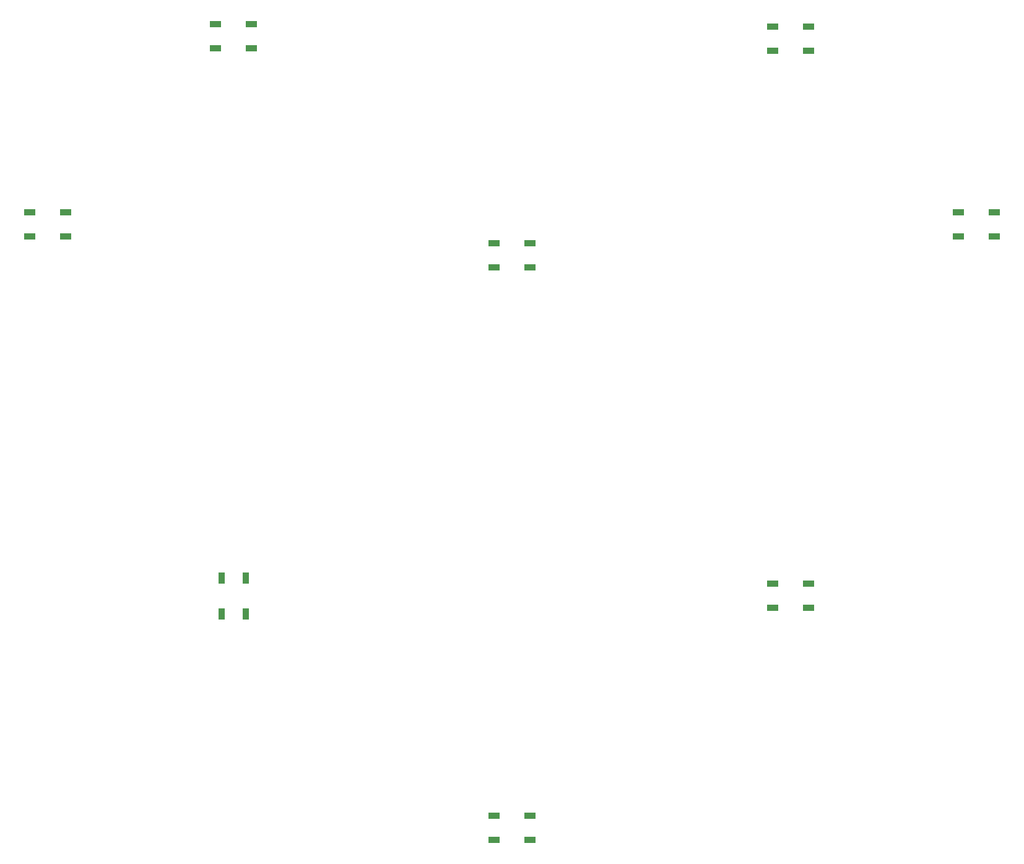
<source format=gbr>
%TF.GenerationSoftware,KiCad,Pcbnew,8.0.3*%
%TF.CreationDate,2024-07-21T14:24:04+02:00*%
%TF.ProjectId,eirini,65697269-6e69-42e6-9b69-6361645f7063,1.0*%
%TF.SameCoordinates,Original*%
%TF.FileFunction,Paste,Top*%
%TF.FilePolarity,Positive*%
%FSLAX46Y46*%
G04 Gerber Fmt 4.6, Leading zero omitted, Abs format (unit mm)*
G04 Created by KiCad (PCBNEW 8.0.3) date 2024-07-21 14:24:04*
%MOMM*%
%LPD*%
G01*
G04 APERTURE LIST*
%ADD10R,0.900000X1.500000*%
%ADD11R,1.500000X0.900000*%
G04 APERTURE END LIST*
D10*
%TO.C,D2*%
X50000000Y-97500000D03*
X46700000Y-97500000D03*
X46700000Y-102400000D03*
X50000000Y-102400000D03*
%TD*%
D11*
%TO.C,D1*%
X84000000Y-130050000D03*
X84000000Y-133350000D03*
X88900000Y-133350000D03*
X88900000Y-130050000D03*
%TD*%
%TO.C,D5*%
X88900000Y-54990000D03*
X88900000Y-51690000D03*
X84000000Y-51690000D03*
X84000000Y-54990000D03*
%TD*%
%TO.C,D8*%
X122100000Y-98300000D03*
X122100000Y-101600000D03*
X127000000Y-101600000D03*
X127000000Y-98300000D03*
%TD*%
%TO.C,D3*%
X25400000Y-50800000D03*
X25400000Y-47500000D03*
X20500000Y-47500000D03*
X20500000Y-50800000D03*
%TD*%
%TO.C,D7*%
X147500000Y-47500000D03*
X147500000Y-50800000D03*
X152400000Y-50800000D03*
X152400000Y-47500000D03*
%TD*%
%TO.C,D4*%
X50800000Y-25000000D03*
X50800000Y-21700000D03*
X45900000Y-21700000D03*
X45900000Y-25000000D03*
%TD*%
%TO.C,D6*%
X127000000Y-25400000D03*
X127000000Y-22100000D03*
X122100000Y-22100000D03*
X122100000Y-25400000D03*
%TD*%
M02*

</source>
